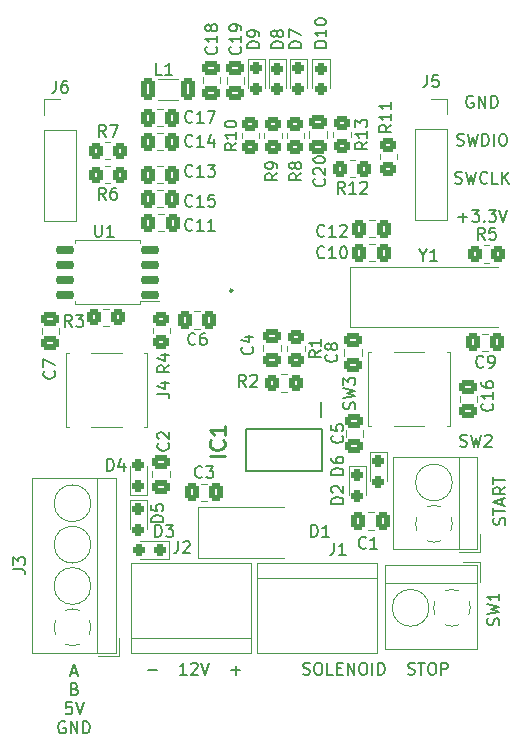
<source format=gto>
G04 #@! TF.GenerationSoftware,KiCad,Pcbnew,6.0.10*
G04 #@! TF.CreationDate,2023-07-05T17:30:50-05:00*
G04 #@! TF.ProjectId,gas_control_board,6761735f-636f-46e7-9472-6f6c5f626f61,rev?*
G04 #@! TF.SameCoordinates,Original*
G04 #@! TF.FileFunction,Legend,Top*
G04 #@! TF.FilePolarity,Positive*
%FSLAX46Y46*%
G04 Gerber Fmt 4.6, Leading zero omitted, Abs format (unit mm)*
G04 Created by KiCad (PCBNEW 6.0.10) date 2023-07-05 17:30:50*
%MOMM*%
%LPD*%
G01*
G04 APERTURE LIST*
G04 Aperture macros list*
%AMRoundRect*
0 Rectangle with rounded corners*
0 $1 Rounding radius*
0 $2 $3 $4 $5 $6 $7 $8 $9 X,Y pos of 4 corners*
0 Add a 4 corners polygon primitive as box body*
4,1,4,$2,$3,$4,$5,$6,$7,$8,$9,$2,$3,0*
0 Add four circle primitives for the rounded corners*
1,1,$1+$1,$2,$3*
1,1,$1+$1,$4,$5*
1,1,$1+$1,$6,$7*
1,1,$1+$1,$8,$9*
0 Add four rect primitives between the rounded corners*
20,1,$1+$1,$2,$3,$4,$5,0*
20,1,$1+$1,$4,$5,$6,$7,0*
20,1,$1+$1,$6,$7,$8,$9,0*
20,1,$1+$1,$8,$9,$2,$3,0*%
G04 Aperture macros list end*
%ADD10C,0.150000*%
%ADD11C,0.254000*%
%ADD12C,0.120000*%
%ADD13C,0.200000*%
%ADD14RoundRect,0.250000X0.337500X0.475000X-0.337500X0.475000X-0.337500X-0.475000X0.337500X-0.475000X0*%
%ADD15RoundRect,0.150000X0.650000X0.150000X-0.650000X0.150000X-0.650000X-0.150000X0.650000X-0.150000X0*%
%ADD16RoundRect,0.237500X0.287500X0.237500X-0.287500X0.237500X-0.287500X-0.237500X0.287500X-0.237500X0*%
%ADD17R,4.500000X2.000000*%
%ADD18RoundRect,0.250000X0.350000X0.450000X-0.350000X0.450000X-0.350000X-0.450000X0.350000X-0.450000X0*%
%ADD19RoundRect,0.250000X-0.337500X-0.475000X0.337500X-0.475000X0.337500X0.475000X-0.337500X0.475000X0*%
%ADD20RoundRect,0.250000X-0.350000X-0.450000X0.350000X-0.450000X0.350000X0.450000X-0.350000X0.450000X0*%
%ADD21R,2.400000X2.400000*%
%ADD22C,2.400000*%
%ADD23R,3.000000X3.000000*%
%ADD24C,3.000000*%
%ADD25R,1.300000X1.550000*%
%ADD26RoundRect,0.250000X0.475000X-0.337500X0.475000X0.337500X-0.475000X0.337500X-0.475000X-0.337500X0*%
%ADD27RoundRect,0.250000X0.362500X0.700000X-0.362500X0.700000X-0.362500X-0.700000X0.362500X-0.700000X0*%
%ADD28RoundRect,0.250000X0.450000X-0.350000X0.450000X0.350000X-0.450000X0.350000X-0.450000X-0.350000X0*%
%ADD29RoundRect,0.237500X-0.237500X0.287500X-0.237500X-0.287500X0.237500X-0.287500X0.237500X0.287500X0*%
%ADD30R,1.700000X1.700000*%
%ADD31O,1.700000X1.700000*%
%ADD32RoundRect,0.250000X-0.475000X0.337500X-0.475000X-0.337500X0.475000X-0.337500X0.475000X0.337500X0*%
%ADD33R,0.200000X0.850000*%
%ADD34R,0.850000X0.200000*%
%ADD35R,3.200000X3.200000*%
%ADD36RoundRect,0.250000X-0.450000X0.350000X-0.450000X-0.350000X0.450000X-0.350000X0.450000X0.350000X0*%
%ADD37RoundRect,0.237500X0.237500X-0.287500X0.237500X0.287500X-0.237500X0.287500X-0.237500X-0.287500X0*%
%ADD38R,3.500000X2.300000*%
%ADD39R,0.950000X1.250000*%
%ADD40R,3.200000X1.250000*%
%ADD41R,1.600000X8.000000*%
G04 APERTURE END LIST*
D10*
X8397904Y-64299666D02*
X8874095Y-64299666D01*
X8302666Y-64585380D02*
X8636000Y-63585380D01*
X8969333Y-64585380D01*
X8707428Y-65671571D02*
X8850285Y-65719190D01*
X8897904Y-65766809D01*
X8945523Y-65862047D01*
X8945523Y-66004904D01*
X8897904Y-66100142D01*
X8850285Y-66147761D01*
X8755047Y-66195380D01*
X8374095Y-66195380D01*
X8374095Y-65195380D01*
X8707428Y-65195380D01*
X8802666Y-65243000D01*
X8850285Y-65290619D01*
X8897904Y-65385857D01*
X8897904Y-65481095D01*
X8850285Y-65576333D01*
X8802666Y-65623952D01*
X8707428Y-65671571D01*
X8374095Y-65671571D01*
X8445523Y-66805380D02*
X7969333Y-66805380D01*
X7921714Y-67281571D01*
X7969333Y-67233952D01*
X8064571Y-67186333D01*
X8302666Y-67186333D01*
X8397904Y-67233952D01*
X8445523Y-67281571D01*
X8493142Y-67376809D01*
X8493142Y-67614904D01*
X8445523Y-67710142D01*
X8397904Y-67757761D01*
X8302666Y-67805380D01*
X8064571Y-67805380D01*
X7969333Y-67757761D01*
X7921714Y-67710142D01*
X8778857Y-66805380D02*
X9112190Y-67805380D01*
X9445523Y-66805380D01*
X7874095Y-68463000D02*
X7778857Y-68415380D01*
X7635999Y-68415380D01*
X7493142Y-68463000D01*
X7397904Y-68558238D01*
X7350285Y-68653476D01*
X7302666Y-68843952D01*
X7302666Y-68986809D01*
X7350285Y-69177285D01*
X7397904Y-69272523D01*
X7493142Y-69367761D01*
X7635999Y-69415380D01*
X7731238Y-69415380D01*
X7874095Y-69367761D01*
X7921714Y-69320142D01*
X7921714Y-68986809D01*
X7731238Y-68986809D01*
X8350285Y-69415380D02*
X8350285Y-68415380D01*
X8921714Y-69415380D01*
X8921714Y-68415380D01*
X9397904Y-69415380D02*
X9397904Y-68415380D01*
X9636000Y-68415380D01*
X9778857Y-68463000D01*
X9874095Y-68558238D01*
X9921714Y-68653476D01*
X9969333Y-68843952D01*
X9969333Y-68986809D01*
X9921714Y-69177285D01*
X9874095Y-69272523D01*
X9778857Y-69367761D01*
X9636000Y-69415380D01*
X9397904Y-69415380D01*
X14891238Y-64079428D02*
X15653142Y-64079428D01*
X18176952Y-64460380D02*
X17605523Y-64460380D01*
X17891238Y-64460380D02*
X17891238Y-63460380D01*
X17796000Y-63603238D01*
X17700761Y-63698476D01*
X17605523Y-63746095D01*
X18557904Y-63555619D02*
X18605523Y-63508000D01*
X18700761Y-63460380D01*
X18938857Y-63460380D01*
X19034095Y-63508000D01*
X19081714Y-63555619D01*
X19129333Y-63650857D01*
X19129333Y-63746095D01*
X19081714Y-63888952D01*
X18510285Y-64460380D01*
X19129333Y-64460380D01*
X19415047Y-63460380D02*
X19748380Y-64460380D01*
X20081714Y-63460380D01*
X21938857Y-64079428D02*
X22700761Y-64079428D01*
X22319809Y-64460380D02*
X22319809Y-63698476D01*
X28043619Y-64412761D02*
X28186476Y-64460380D01*
X28424571Y-64460380D01*
X28519809Y-64412761D01*
X28567428Y-64365142D01*
X28615047Y-64269904D01*
X28615047Y-64174666D01*
X28567428Y-64079428D01*
X28519809Y-64031809D01*
X28424571Y-63984190D01*
X28234095Y-63936571D01*
X28138857Y-63888952D01*
X28091238Y-63841333D01*
X28043619Y-63746095D01*
X28043619Y-63650857D01*
X28091238Y-63555619D01*
X28138857Y-63508000D01*
X28234095Y-63460380D01*
X28472190Y-63460380D01*
X28615047Y-63508000D01*
X29234095Y-63460380D02*
X29424571Y-63460380D01*
X29519809Y-63508000D01*
X29615047Y-63603238D01*
X29662666Y-63793714D01*
X29662666Y-64127047D01*
X29615047Y-64317523D01*
X29519809Y-64412761D01*
X29424571Y-64460380D01*
X29234095Y-64460380D01*
X29138857Y-64412761D01*
X29043619Y-64317523D01*
X28996000Y-64127047D01*
X28996000Y-63793714D01*
X29043619Y-63603238D01*
X29138857Y-63508000D01*
X29234095Y-63460380D01*
X30567428Y-64460380D02*
X30091238Y-64460380D01*
X30091238Y-63460380D01*
X30900761Y-63936571D02*
X31234095Y-63936571D01*
X31376952Y-64460380D02*
X30900761Y-64460380D01*
X30900761Y-63460380D01*
X31376952Y-63460380D01*
X31805523Y-64460380D02*
X31805523Y-63460380D01*
X32376952Y-64460380D01*
X32376952Y-63460380D01*
X33043619Y-63460380D02*
X33234095Y-63460380D01*
X33329333Y-63508000D01*
X33424571Y-63603238D01*
X33472190Y-63793714D01*
X33472190Y-64127047D01*
X33424571Y-64317523D01*
X33329333Y-64412761D01*
X33234095Y-64460380D01*
X33043619Y-64460380D01*
X32948380Y-64412761D01*
X32853142Y-64317523D01*
X32805523Y-64127047D01*
X32805523Y-63793714D01*
X32853142Y-63603238D01*
X32948380Y-63508000D01*
X33043619Y-63460380D01*
X33900761Y-64460380D02*
X33900761Y-63460380D01*
X34376952Y-64460380D02*
X34376952Y-63460380D01*
X34615047Y-63460380D01*
X34757904Y-63508000D01*
X34853142Y-63603238D01*
X34900761Y-63698476D01*
X34948380Y-63888952D01*
X34948380Y-64031809D01*
X34900761Y-64222285D01*
X34853142Y-64317523D01*
X34757904Y-64412761D01*
X34615047Y-64460380D01*
X34376952Y-64460380D01*
X36917523Y-64412761D02*
X37060380Y-64460380D01*
X37298476Y-64460380D01*
X37393714Y-64412761D01*
X37441333Y-64365142D01*
X37488952Y-64269904D01*
X37488952Y-64174666D01*
X37441333Y-64079428D01*
X37393714Y-64031809D01*
X37298476Y-63984190D01*
X37108000Y-63936571D01*
X37012761Y-63888952D01*
X36965142Y-63841333D01*
X36917523Y-63746095D01*
X36917523Y-63650857D01*
X36965142Y-63555619D01*
X37012761Y-63508000D01*
X37108000Y-63460380D01*
X37346095Y-63460380D01*
X37488952Y-63508000D01*
X37774666Y-63460380D02*
X38346095Y-63460380D01*
X38060380Y-64460380D02*
X38060380Y-63460380D01*
X38869904Y-63460380D02*
X39060380Y-63460380D01*
X39155619Y-63508000D01*
X39250857Y-63603238D01*
X39298476Y-63793714D01*
X39298476Y-64127047D01*
X39250857Y-64317523D01*
X39155619Y-64412761D01*
X39060380Y-64460380D01*
X38869904Y-64460380D01*
X38774666Y-64412761D01*
X38679428Y-64317523D01*
X38631809Y-64127047D01*
X38631809Y-63793714D01*
X38679428Y-63603238D01*
X38774666Y-63508000D01*
X38869904Y-63460380D01*
X39727047Y-64460380D02*
X39727047Y-63460380D01*
X40108000Y-63460380D01*
X40203238Y-63508000D01*
X40250857Y-63555619D01*
X40298476Y-63650857D01*
X40298476Y-63793714D01*
X40250857Y-63888952D01*
X40203238Y-63936571D01*
X40108000Y-63984190D01*
X39727047Y-63984190D01*
X45108761Y-51760190D02*
X45156380Y-51617333D01*
X45156380Y-51379238D01*
X45108761Y-51284000D01*
X45061142Y-51236380D01*
X44965904Y-51188761D01*
X44870666Y-51188761D01*
X44775428Y-51236380D01*
X44727809Y-51284000D01*
X44680190Y-51379238D01*
X44632571Y-51569714D01*
X44584952Y-51664952D01*
X44537333Y-51712571D01*
X44442095Y-51760190D01*
X44346857Y-51760190D01*
X44251619Y-51712571D01*
X44204000Y-51664952D01*
X44156380Y-51569714D01*
X44156380Y-51331619D01*
X44204000Y-51188761D01*
X44156380Y-50903047D02*
X44156380Y-50331619D01*
X45156380Y-50617333D02*
X44156380Y-50617333D01*
X44870666Y-50045904D02*
X44870666Y-49569714D01*
X45156380Y-50141142D02*
X44156380Y-49807809D01*
X45156380Y-49474476D01*
X45156380Y-48569714D02*
X44680190Y-48903047D01*
X45156380Y-49141142D02*
X44156380Y-49141142D01*
X44156380Y-48760190D01*
X44204000Y-48664952D01*
X44251619Y-48617333D01*
X44346857Y-48569714D01*
X44489714Y-48569714D01*
X44584952Y-48617333D01*
X44632571Y-48664952D01*
X44680190Y-48760190D01*
X44680190Y-49141142D01*
X44156380Y-48284000D02*
X44156380Y-47712571D01*
X45156380Y-47998285D02*
X44156380Y-47998285D01*
X42418095Y-15498000D02*
X42322857Y-15450380D01*
X42180000Y-15450380D01*
X42037142Y-15498000D01*
X41941904Y-15593238D01*
X41894285Y-15688476D01*
X41846666Y-15878952D01*
X41846666Y-16021809D01*
X41894285Y-16212285D01*
X41941904Y-16307523D01*
X42037142Y-16402761D01*
X42180000Y-16450380D01*
X42275238Y-16450380D01*
X42418095Y-16402761D01*
X42465714Y-16355142D01*
X42465714Y-16021809D01*
X42275238Y-16021809D01*
X42894285Y-16450380D02*
X42894285Y-15450380D01*
X43465714Y-16450380D01*
X43465714Y-15450380D01*
X43941904Y-16450380D02*
X43941904Y-15450380D01*
X44180000Y-15450380D01*
X44322857Y-15498000D01*
X44418095Y-15593238D01*
X44465714Y-15688476D01*
X44513333Y-15878952D01*
X44513333Y-16021809D01*
X44465714Y-16212285D01*
X44418095Y-16307523D01*
X44322857Y-16402761D01*
X44180000Y-16450380D01*
X43941904Y-16450380D01*
X41060952Y-19622761D02*
X41203809Y-19670380D01*
X41441904Y-19670380D01*
X41537142Y-19622761D01*
X41584761Y-19575142D01*
X41632380Y-19479904D01*
X41632380Y-19384666D01*
X41584761Y-19289428D01*
X41537142Y-19241809D01*
X41441904Y-19194190D01*
X41251428Y-19146571D01*
X41156190Y-19098952D01*
X41108571Y-19051333D01*
X41060952Y-18956095D01*
X41060952Y-18860857D01*
X41108571Y-18765619D01*
X41156190Y-18718000D01*
X41251428Y-18670380D01*
X41489523Y-18670380D01*
X41632380Y-18718000D01*
X41965714Y-18670380D02*
X42203809Y-19670380D01*
X42394285Y-18956095D01*
X42584761Y-19670380D01*
X42822857Y-18670380D01*
X43203809Y-19670380D02*
X43203809Y-18670380D01*
X43441904Y-18670380D01*
X43584761Y-18718000D01*
X43680000Y-18813238D01*
X43727619Y-18908476D01*
X43775238Y-19098952D01*
X43775238Y-19241809D01*
X43727619Y-19432285D01*
X43680000Y-19527523D01*
X43584761Y-19622761D01*
X43441904Y-19670380D01*
X43203809Y-19670380D01*
X44203809Y-19670380D02*
X44203809Y-18670380D01*
X44870476Y-18670380D02*
X45060952Y-18670380D01*
X45156190Y-18718000D01*
X45251428Y-18813238D01*
X45299047Y-19003714D01*
X45299047Y-19337047D01*
X45251428Y-19527523D01*
X45156190Y-19622761D01*
X45060952Y-19670380D01*
X44870476Y-19670380D01*
X44775238Y-19622761D01*
X44680000Y-19527523D01*
X44632380Y-19337047D01*
X44632380Y-19003714D01*
X44680000Y-18813238D01*
X44775238Y-18718000D01*
X44870476Y-18670380D01*
X40918095Y-22842761D02*
X41060952Y-22890380D01*
X41299047Y-22890380D01*
X41394285Y-22842761D01*
X41441904Y-22795142D01*
X41489523Y-22699904D01*
X41489523Y-22604666D01*
X41441904Y-22509428D01*
X41394285Y-22461809D01*
X41299047Y-22414190D01*
X41108571Y-22366571D01*
X41013333Y-22318952D01*
X40965714Y-22271333D01*
X40918095Y-22176095D01*
X40918095Y-22080857D01*
X40965714Y-21985619D01*
X41013333Y-21938000D01*
X41108571Y-21890380D01*
X41346666Y-21890380D01*
X41489523Y-21938000D01*
X41822857Y-21890380D02*
X42060952Y-22890380D01*
X42251428Y-22176095D01*
X42441904Y-22890380D01*
X42680000Y-21890380D01*
X43632380Y-22795142D02*
X43584761Y-22842761D01*
X43441904Y-22890380D01*
X43346666Y-22890380D01*
X43203809Y-22842761D01*
X43108571Y-22747523D01*
X43060952Y-22652285D01*
X43013333Y-22461809D01*
X43013333Y-22318952D01*
X43060952Y-22128476D01*
X43108571Y-22033238D01*
X43203809Y-21938000D01*
X43346666Y-21890380D01*
X43441904Y-21890380D01*
X43584761Y-21938000D01*
X43632380Y-21985619D01*
X44537142Y-22890380D02*
X44060952Y-22890380D01*
X44060952Y-21890380D01*
X44870476Y-22890380D02*
X44870476Y-21890380D01*
X45441904Y-22890380D02*
X45013333Y-22318952D01*
X45441904Y-21890380D02*
X44870476Y-22461809D01*
X41180000Y-25729428D02*
X41941904Y-25729428D01*
X41560952Y-26110380D02*
X41560952Y-25348476D01*
X42322857Y-25110380D02*
X42941904Y-25110380D01*
X42608571Y-25491333D01*
X42751428Y-25491333D01*
X42846666Y-25538952D01*
X42894285Y-25586571D01*
X42941904Y-25681809D01*
X42941904Y-25919904D01*
X42894285Y-26015142D01*
X42846666Y-26062761D01*
X42751428Y-26110380D01*
X42465714Y-26110380D01*
X42370476Y-26062761D01*
X42322857Y-26015142D01*
X43370476Y-26015142D02*
X43418095Y-26062761D01*
X43370476Y-26110380D01*
X43322857Y-26062761D01*
X43370476Y-26015142D01*
X43370476Y-26110380D01*
X43751428Y-25110380D02*
X44370476Y-25110380D01*
X44037142Y-25491333D01*
X44180000Y-25491333D01*
X44275238Y-25538952D01*
X44322857Y-25586571D01*
X44370476Y-25681809D01*
X44370476Y-25919904D01*
X44322857Y-26015142D01*
X44275238Y-26062761D01*
X44180000Y-26110380D01*
X43894285Y-26110380D01*
X43799047Y-26062761D01*
X43751428Y-26015142D01*
X44656190Y-25110380D02*
X44989523Y-26110380D01*
X45322857Y-25110380D01*
X18661142Y-17629142D02*
X18613523Y-17676761D01*
X18470666Y-17724380D01*
X18375428Y-17724380D01*
X18232571Y-17676761D01*
X18137333Y-17581523D01*
X18089714Y-17486285D01*
X18042095Y-17295809D01*
X18042095Y-17152952D01*
X18089714Y-16962476D01*
X18137333Y-16867238D01*
X18232571Y-16772000D01*
X18375428Y-16724380D01*
X18470666Y-16724380D01*
X18613523Y-16772000D01*
X18661142Y-16819619D01*
X19613523Y-17724380D02*
X19042095Y-17724380D01*
X19327809Y-17724380D02*
X19327809Y-16724380D01*
X19232571Y-16867238D01*
X19137333Y-16962476D01*
X19042095Y-17010095D01*
X19946857Y-16724380D02*
X20613523Y-16724380D01*
X20184952Y-17724380D01*
X18661142Y-24741142D02*
X18613523Y-24788761D01*
X18470666Y-24836380D01*
X18375428Y-24836380D01*
X18232571Y-24788761D01*
X18137333Y-24693523D01*
X18089714Y-24598285D01*
X18042095Y-24407809D01*
X18042095Y-24264952D01*
X18089714Y-24074476D01*
X18137333Y-23979238D01*
X18232571Y-23884000D01*
X18375428Y-23836380D01*
X18470666Y-23836380D01*
X18613523Y-23884000D01*
X18661142Y-23931619D01*
X19613523Y-24836380D02*
X19042095Y-24836380D01*
X19327809Y-24836380D02*
X19327809Y-23836380D01*
X19232571Y-23979238D01*
X19137333Y-24074476D01*
X19042095Y-24122095D01*
X20518285Y-23836380D02*
X20042095Y-23836380D01*
X19994476Y-24312571D01*
X20042095Y-24264952D01*
X20137333Y-24217333D01*
X20375428Y-24217333D01*
X20470666Y-24264952D01*
X20518285Y-24312571D01*
X20565904Y-24407809D01*
X20565904Y-24645904D01*
X20518285Y-24741142D01*
X20470666Y-24788761D01*
X20375428Y-24836380D01*
X20137333Y-24836380D01*
X20042095Y-24788761D01*
X19994476Y-24741142D01*
X10414095Y-26376380D02*
X10414095Y-27185904D01*
X10461714Y-27281142D01*
X10509333Y-27328761D01*
X10604571Y-27376380D01*
X10795047Y-27376380D01*
X10890285Y-27328761D01*
X10937904Y-27281142D01*
X10985523Y-27185904D01*
X10985523Y-26376380D01*
X11985523Y-27376380D02*
X11414095Y-27376380D01*
X11699809Y-27376380D02*
X11699809Y-26376380D01*
X11604571Y-26519238D01*
X11509333Y-26614476D01*
X11414095Y-26662095D01*
X15517904Y-52776380D02*
X15517904Y-51776380D01*
X15756000Y-51776380D01*
X15898857Y-51824000D01*
X15994095Y-51919238D01*
X16041714Y-52014476D01*
X16089333Y-52204952D01*
X16089333Y-52347809D01*
X16041714Y-52538285D01*
X15994095Y-52633523D01*
X15898857Y-52728761D01*
X15756000Y-52776380D01*
X15517904Y-52776380D01*
X16422666Y-51776380D02*
X17041714Y-51776380D01*
X16708380Y-52157333D01*
X16851238Y-52157333D01*
X16946476Y-52204952D01*
X16994095Y-52252571D01*
X17041714Y-52347809D01*
X17041714Y-52585904D01*
X16994095Y-52681142D01*
X16946476Y-52728761D01*
X16851238Y-52776380D01*
X16565523Y-52776380D01*
X16470285Y-52728761D01*
X16422666Y-52681142D01*
X38199809Y-28938190D02*
X38199809Y-29414380D01*
X37866476Y-28414380D02*
X38199809Y-28938190D01*
X38533142Y-28414380D01*
X39390285Y-29414380D02*
X38818857Y-29414380D01*
X39104571Y-29414380D02*
X39104571Y-28414380D01*
X39009333Y-28557238D01*
X38914095Y-28652476D01*
X38818857Y-28700095D01*
X8469333Y-34996380D02*
X8136000Y-34520190D01*
X7897904Y-34996380D02*
X7897904Y-33996380D01*
X8278857Y-33996380D01*
X8374095Y-34044000D01*
X8421714Y-34091619D01*
X8469333Y-34186857D01*
X8469333Y-34329714D01*
X8421714Y-34424952D01*
X8374095Y-34472571D01*
X8278857Y-34520190D01*
X7897904Y-34520190D01*
X8802666Y-33996380D02*
X9421714Y-33996380D01*
X9088380Y-34377333D01*
X9231238Y-34377333D01*
X9326476Y-34424952D01*
X9374095Y-34472571D01*
X9421714Y-34567809D01*
X9421714Y-34805904D01*
X9374095Y-34901142D01*
X9326476Y-34948761D01*
X9231238Y-34996380D01*
X8945523Y-34996380D01*
X8850285Y-34948761D01*
X8802666Y-34901142D01*
X29837142Y-29097142D02*
X29789523Y-29144761D01*
X29646666Y-29192380D01*
X29551428Y-29192380D01*
X29408571Y-29144761D01*
X29313333Y-29049523D01*
X29265714Y-28954285D01*
X29218095Y-28763809D01*
X29218095Y-28620952D01*
X29265714Y-28430476D01*
X29313333Y-28335238D01*
X29408571Y-28240000D01*
X29551428Y-28192380D01*
X29646666Y-28192380D01*
X29789523Y-28240000D01*
X29837142Y-28287619D01*
X30789523Y-29192380D02*
X30218095Y-29192380D01*
X30503809Y-29192380D02*
X30503809Y-28192380D01*
X30408571Y-28335238D01*
X30313333Y-28430476D01*
X30218095Y-28478095D01*
X31408571Y-28192380D02*
X31503809Y-28192380D01*
X31599047Y-28240000D01*
X31646666Y-28287619D01*
X31694285Y-28382857D01*
X31741904Y-28573333D01*
X31741904Y-28811428D01*
X31694285Y-29001904D01*
X31646666Y-29097142D01*
X31599047Y-29144761D01*
X31503809Y-29192380D01*
X31408571Y-29192380D01*
X31313333Y-29144761D01*
X31265714Y-29097142D01*
X31218095Y-29001904D01*
X31170476Y-28811428D01*
X31170476Y-28573333D01*
X31218095Y-28382857D01*
X31265714Y-28287619D01*
X31313333Y-28240000D01*
X31408571Y-28192380D01*
X43410333Y-27631380D02*
X43077000Y-27155190D01*
X42838904Y-27631380D02*
X42838904Y-26631380D01*
X43219857Y-26631380D01*
X43315095Y-26679000D01*
X43362714Y-26726619D01*
X43410333Y-26821857D01*
X43410333Y-26964714D01*
X43362714Y-27059952D01*
X43315095Y-27107571D01*
X43219857Y-27155190D01*
X42838904Y-27155190D01*
X44315095Y-26631380D02*
X43838904Y-26631380D01*
X43791285Y-27107571D01*
X43838904Y-27059952D01*
X43934142Y-27012333D01*
X44172238Y-27012333D01*
X44267476Y-27059952D01*
X44315095Y-27107571D01*
X44362714Y-27202809D01*
X44362714Y-27440904D01*
X44315095Y-27536142D01*
X44267476Y-27583761D01*
X44172238Y-27631380D01*
X43934142Y-27631380D01*
X43838904Y-27583761D01*
X43791285Y-27536142D01*
X41338666Y-45108761D02*
X41481523Y-45156380D01*
X41719619Y-45156380D01*
X41814857Y-45108761D01*
X41862476Y-45061142D01*
X41910095Y-44965904D01*
X41910095Y-44870666D01*
X41862476Y-44775428D01*
X41814857Y-44727809D01*
X41719619Y-44680190D01*
X41529142Y-44632571D01*
X41433904Y-44584952D01*
X41386285Y-44537333D01*
X41338666Y-44442095D01*
X41338666Y-44346857D01*
X41386285Y-44251619D01*
X41433904Y-44204000D01*
X41529142Y-44156380D01*
X41767238Y-44156380D01*
X41910095Y-44204000D01*
X42243428Y-44156380D02*
X42481523Y-45156380D01*
X42672000Y-44442095D01*
X42862476Y-45156380D01*
X43100571Y-44156380D01*
X43433904Y-44251619D02*
X43481523Y-44204000D01*
X43576761Y-44156380D01*
X43814857Y-44156380D01*
X43910095Y-44204000D01*
X43957714Y-44251619D01*
X44005333Y-44346857D01*
X44005333Y-44442095D01*
X43957714Y-44584952D01*
X43386285Y-45156380D01*
X44005333Y-45156380D01*
X17446666Y-53173380D02*
X17446666Y-53887666D01*
X17399047Y-54030523D01*
X17303809Y-54125761D01*
X17160952Y-54173380D01*
X17065714Y-54173380D01*
X17875238Y-53268619D02*
X17922857Y-53221000D01*
X18018095Y-53173380D01*
X18256190Y-53173380D01*
X18351428Y-53221000D01*
X18399047Y-53268619D01*
X18446666Y-53363857D01*
X18446666Y-53459095D01*
X18399047Y-53601952D01*
X17827619Y-54173380D01*
X18446666Y-54173380D01*
X32408761Y-41973333D02*
X32456380Y-41830476D01*
X32456380Y-41592380D01*
X32408761Y-41497142D01*
X32361142Y-41449523D01*
X32265904Y-41401904D01*
X32170666Y-41401904D01*
X32075428Y-41449523D01*
X32027809Y-41497142D01*
X31980190Y-41592380D01*
X31932571Y-41782857D01*
X31884952Y-41878095D01*
X31837333Y-41925714D01*
X31742095Y-41973333D01*
X31646857Y-41973333D01*
X31551619Y-41925714D01*
X31504000Y-41878095D01*
X31456380Y-41782857D01*
X31456380Y-41544761D01*
X31504000Y-41401904D01*
X31456380Y-41068571D02*
X32456380Y-40830476D01*
X31742095Y-40640000D01*
X32456380Y-40449523D01*
X31456380Y-40211428D01*
X31456380Y-39925714D02*
X31456380Y-39306666D01*
X31837333Y-39640000D01*
X31837333Y-39497142D01*
X31884952Y-39401904D01*
X31932571Y-39354285D01*
X32027809Y-39306666D01*
X32265904Y-39306666D01*
X32361142Y-39354285D01*
X32408761Y-39401904D01*
X32456380Y-39497142D01*
X32456380Y-39782857D01*
X32408761Y-39878095D01*
X32361142Y-39925714D01*
X44045142Y-41508105D02*
X44092761Y-41555724D01*
X44140380Y-41698581D01*
X44140380Y-41793819D01*
X44092761Y-41936676D01*
X43997523Y-42031914D01*
X43902285Y-42079533D01*
X43711809Y-42127152D01*
X43568952Y-42127152D01*
X43378476Y-42079533D01*
X43283238Y-42031914D01*
X43188000Y-41936676D01*
X43140380Y-41793819D01*
X43140380Y-41698581D01*
X43188000Y-41555724D01*
X43235619Y-41508105D01*
X44140380Y-40555724D02*
X44140380Y-41127152D01*
X44140380Y-40841438D02*
X43140380Y-40841438D01*
X43283238Y-40936676D01*
X43378476Y-41031914D01*
X43426095Y-41127152D01*
X43140380Y-39698581D02*
X43140380Y-39889057D01*
X43188000Y-39984295D01*
X43235619Y-40031914D01*
X43378476Y-40127152D01*
X43568952Y-40174771D01*
X43949904Y-40174771D01*
X44045142Y-40127152D01*
X44092761Y-40079533D01*
X44140380Y-39984295D01*
X44140380Y-39793819D01*
X44092761Y-39698581D01*
X44045142Y-39650962D01*
X43949904Y-39603343D01*
X43711809Y-39603343D01*
X43616571Y-39650962D01*
X43568952Y-39698581D01*
X43521333Y-39793819D01*
X43521333Y-39984295D01*
X43568952Y-40079533D01*
X43616571Y-40127152D01*
X43711809Y-40174771D01*
X11333333Y-24238380D02*
X11000000Y-23762190D01*
X10761904Y-24238380D02*
X10761904Y-23238380D01*
X11142857Y-23238380D01*
X11238095Y-23286000D01*
X11285714Y-23333619D01*
X11333333Y-23428857D01*
X11333333Y-23571714D01*
X11285714Y-23666952D01*
X11238095Y-23714571D01*
X11142857Y-23762190D01*
X10761904Y-23762190D01*
X12190476Y-23238380D02*
X12000000Y-23238380D01*
X11904761Y-23286000D01*
X11857142Y-23333619D01*
X11761904Y-23476476D01*
X11714285Y-23666952D01*
X11714285Y-24047904D01*
X11761904Y-24143142D01*
X11809523Y-24190761D01*
X11904761Y-24238380D01*
X12095238Y-24238380D01*
X12190476Y-24190761D01*
X12238095Y-24143142D01*
X12285714Y-24047904D01*
X12285714Y-23809809D01*
X12238095Y-23714571D01*
X12190476Y-23666952D01*
X12095238Y-23619333D01*
X11904761Y-23619333D01*
X11809523Y-23666952D01*
X11761904Y-23714571D01*
X11714285Y-23809809D01*
X31558142Y-23730380D02*
X31224809Y-23254190D01*
X30986714Y-23730380D02*
X30986714Y-22730380D01*
X31367666Y-22730380D01*
X31462904Y-22778000D01*
X31510523Y-22825619D01*
X31558142Y-22920857D01*
X31558142Y-23063714D01*
X31510523Y-23158952D01*
X31462904Y-23206571D01*
X31367666Y-23254190D01*
X30986714Y-23254190D01*
X32510523Y-23730380D02*
X31939095Y-23730380D01*
X32224809Y-23730380D02*
X32224809Y-22730380D01*
X32129571Y-22873238D01*
X32034333Y-22968476D01*
X31939095Y-23016095D01*
X32891476Y-22825619D02*
X32939095Y-22778000D01*
X33034333Y-22730380D01*
X33272428Y-22730380D01*
X33367666Y-22778000D01*
X33415285Y-22825619D01*
X33462904Y-22920857D01*
X33462904Y-23016095D01*
X33415285Y-23158952D01*
X32843857Y-23730380D01*
X33462904Y-23730380D01*
X18661142Y-26773142D02*
X18613523Y-26820761D01*
X18470666Y-26868380D01*
X18375428Y-26868380D01*
X18232571Y-26820761D01*
X18137333Y-26725523D01*
X18089714Y-26630285D01*
X18042095Y-26439809D01*
X18042095Y-26296952D01*
X18089714Y-26106476D01*
X18137333Y-26011238D01*
X18232571Y-25916000D01*
X18375428Y-25868380D01*
X18470666Y-25868380D01*
X18613523Y-25916000D01*
X18661142Y-25963619D01*
X19613523Y-26868380D02*
X19042095Y-26868380D01*
X19327809Y-26868380D02*
X19327809Y-25868380D01*
X19232571Y-26011238D01*
X19137333Y-26106476D01*
X19042095Y-26154095D01*
X20565904Y-26868380D02*
X19994476Y-26868380D01*
X20280190Y-26868380D02*
X20280190Y-25868380D01*
X20184952Y-26011238D01*
X20089714Y-26106476D01*
X19994476Y-26154095D01*
X11333333Y-18906380D02*
X11000000Y-18430190D01*
X10761904Y-18906380D02*
X10761904Y-17906380D01*
X11142857Y-17906380D01*
X11238095Y-17954000D01*
X11285714Y-18001619D01*
X11333333Y-18096857D01*
X11333333Y-18239714D01*
X11285714Y-18334952D01*
X11238095Y-18382571D01*
X11142857Y-18430190D01*
X10761904Y-18430190D01*
X11666666Y-17906380D02*
X12333333Y-17906380D01*
X11904761Y-18906380D01*
X20677142Y-11310857D02*
X20724761Y-11358476D01*
X20772380Y-11501333D01*
X20772380Y-11596571D01*
X20724761Y-11739428D01*
X20629523Y-11834666D01*
X20534285Y-11882285D01*
X20343809Y-11929904D01*
X20200952Y-11929904D01*
X20010476Y-11882285D01*
X19915238Y-11834666D01*
X19820000Y-11739428D01*
X19772380Y-11596571D01*
X19772380Y-11501333D01*
X19820000Y-11358476D01*
X19867619Y-11310857D01*
X20772380Y-10358476D02*
X20772380Y-10929904D01*
X20772380Y-10644190D02*
X19772380Y-10644190D01*
X19915238Y-10739428D01*
X20010476Y-10834666D01*
X20058095Y-10929904D01*
X20200952Y-9787047D02*
X20153333Y-9882285D01*
X20105714Y-9929904D01*
X20010476Y-9977523D01*
X19962857Y-9977523D01*
X19867619Y-9929904D01*
X19820000Y-9882285D01*
X19772380Y-9787047D01*
X19772380Y-9596571D01*
X19820000Y-9501333D01*
X19867619Y-9453714D01*
X19962857Y-9406095D01*
X20010476Y-9406095D01*
X20105714Y-9453714D01*
X20153333Y-9501333D01*
X20200952Y-9596571D01*
X20200952Y-9787047D01*
X20248571Y-9882285D01*
X20296190Y-9929904D01*
X20391428Y-9977523D01*
X20581904Y-9977523D01*
X20677142Y-9929904D01*
X20724761Y-9882285D01*
X20772380Y-9787047D01*
X20772380Y-9596571D01*
X20724761Y-9501333D01*
X20677142Y-9453714D01*
X20581904Y-9406095D01*
X20391428Y-9406095D01*
X20296190Y-9453714D01*
X20248571Y-9501333D01*
X20200952Y-9596571D01*
X16089333Y-13660380D02*
X15613142Y-13660380D01*
X15613142Y-12660380D01*
X16946476Y-13660380D02*
X16375047Y-13660380D01*
X16660761Y-13660380D02*
X16660761Y-12660380D01*
X16565523Y-12803238D01*
X16470285Y-12898476D01*
X16375047Y-12946095D01*
X33472380Y-19365857D02*
X32996190Y-19699190D01*
X33472380Y-19937285D02*
X32472380Y-19937285D01*
X32472380Y-19556333D01*
X32520000Y-19461095D01*
X32567619Y-19413476D01*
X32662857Y-19365857D01*
X32805714Y-19365857D01*
X32900952Y-19413476D01*
X32948571Y-19461095D01*
X32996190Y-19556333D01*
X32996190Y-19937285D01*
X33472380Y-18413476D02*
X33472380Y-18984904D01*
X33472380Y-18699190D02*
X32472380Y-18699190D01*
X32615238Y-18794428D01*
X32710476Y-18889666D01*
X32758095Y-18984904D01*
X32472380Y-18080142D02*
X32472380Y-17461095D01*
X32853333Y-17794428D01*
X32853333Y-17651571D01*
X32900952Y-17556333D01*
X32948571Y-17508714D01*
X33043809Y-17461095D01*
X33281904Y-17461095D01*
X33377142Y-17508714D01*
X33424761Y-17556333D01*
X33472380Y-17651571D01*
X33472380Y-17937285D01*
X33424761Y-18032523D01*
X33377142Y-18080142D01*
X22383380Y-19460857D02*
X21907190Y-19794190D01*
X22383380Y-20032285D02*
X21383380Y-20032285D01*
X21383380Y-19651333D01*
X21431000Y-19556095D01*
X21478619Y-19508476D01*
X21573857Y-19460857D01*
X21716714Y-19460857D01*
X21811952Y-19508476D01*
X21859571Y-19556095D01*
X21907190Y-19651333D01*
X21907190Y-20032285D01*
X22383380Y-18508476D02*
X22383380Y-19079904D01*
X22383380Y-18794190D02*
X21383380Y-18794190D01*
X21526238Y-18889428D01*
X21621476Y-18984666D01*
X21669095Y-19079904D01*
X21383380Y-17889428D02*
X21383380Y-17794190D01*
X21431000Y-17698952D01*
X21478619Y-17651333D01*
X21573857Y-17603714D01*
X21764333Y-17556095D01*
X22002428Y-17556095D01*
X22192904Y-17603714D01*
X22288142Y-17651333D01*
X22335761Y-17698952D01*
X22383380Y-17794190D01*
X22383380Y-17889428D01*
X22335761Y-17984666D01*
X22288142Y-18032285D01*
X22192904Y-18079904D01*
X22002428Y-18127523D01*
X21764333Y-18127523D01*
X21573857Y-18079904D01*
X21478619Y-18032285D01*
X21431000Y-17984666D01*
X21383380Y-17889428D01*
X18904833Y-36454142D02*
X18857214Y-36501761D01*
X18714357Y-36549380D01*
X18619119Y-36549380D01*
X18476261Y-36501761D01*
X18381023Y-36406523D01*
X18333404Y-36311285D01*
X18285785Y-36120809D01*
X18285785Y-35977952D01*
X18333404Y-35787476D01*
X18381023Y-35692238D01*
X18476261Y-35597000D01*
X18619119Y-35549380D01*
X18714357Y-35549380D01*
X18857214Y-35597000D01*
X18904833Y-35644619D01*
X19761976Y-35549380D02*
X19571500Y-35549380D01*
X19476261Y-35597000D01*
X19428642Y-35644619D01*
X19333404Y-35787476D01*
X19285785Y-35977952D01*
X19285785Y-36358904D01*
X19333404Y-36454142D01*
X19381023Y-36501761D01*
X19476261Y-36549380D01*
X19666738Y-36549380D01*
X19761976Y-36501761D01*
X19809595Y-36454142D01*
X19857214Y-36358904D01*
X19857214Y-36120809D01*
X19809595Y-36025571D01*
X19761976Y-35977952D01*
X19666738Y-35930333D01*
X19476261Y-35930333D01*
X19381023Y-35977952D01*
X19333404Y-36025571D01*
X19285785Y-36120809D01*
X30002380Y-11374285D02*
X29002380Y-11374285D01*
X29002380Y-11136190D01*
X29050000Y-10993333D01*
X29145238Y-10898095D01*
X29240476Y-10850476D01*
X29430952Y-10802857D01*
X29573809Y-10802857D01*
X29764285Y-10850476D01*
X29859523Y-10898095D01*
X29954761Y-10993333D01*
X30002380Y-11136190D01*
X30002380Y-11374285D01*
X30002380Y-9850476D02*
X30002380Y-10421904D01*
X30002380Y-10136190D02*
X29002380Y-10136190D01*
X29145238Y-10231428D01*
X29240476Y-10326666D01*
X29288095Y-10421904D01*
X29002380Y-9231428D02*
X29002380Y-9136190D01*
X29050000Y-9040952D01*
X29097619Y-8993333D01*
X29192857Y-8945714D01*
X29383333Y-8898095D01*
X29621428Y-8898095D01*
X29811904Y-8945714D01*
X29907142Y-8993333D01*
X29954761Y-9040952D01*
X30002380Y-9136190D01*
X30002380Y-9231428D01*
X29954761Y-9326666D01*
X29907142Y-9374285D01*
X29811904Y-9421904D01*
X29621428Y-9469523D01*
X29383333Y-9469523D01*
X29192857Y-9421904D01*
X29097619Y-9374285D01*
X29050000Y-9326666D01*
X29002380Y-9231428D01*
X38528666Y-13700380D02*
X38528666Y-14414666D01*
X38481047Y-14557523D01*
X38385809Y-14652761D01*
X38242952Y-14700380D01*
X38147714Y-14700380D01*
X39481047Y-13700380D02*
X39004857Y-13700380D01*
X38957238Y-14176571D01*
X39004857Y-14128952D01*
X39100095Y-14081333D01*
X39338190Y-14081333D01*
X39433428Y-14128952D01*
X39481047Y-14176571D01*
X39528666Y-14271809D01*
X39528666Y-14509904D01*
X39481047Y-14605142D01*
X39433428Y-14652761D01*
X39338190Y-14700380D01*
X39100095Y-14700380D01*
X39004857Y-14652761D01*
X38957238Y-14605142D01*
X25852380Y-22010666D02*
X25376190Y-22344000D01*
X25852380Y-22582095D02*
X24852380Y-22582095D01*
X24852380Y-22201142D01*
X24900000Y-22105904D01*
X24947619Y-22058285D01*
X25042857Y-22010666D01*
X25185714Y-22010666D01*
X25280952Y-22058285D01*
X25328571Y-22105904D01*
X25376190Y-22201142D01*
X25376190Y-22582095D01*
X25852380Y-21534476D02*
X25852380Y-21344000D01*
X25804761Y-21248761D01*
X25757142Y-21201142D01*
X25614285Y-21105904D01*
X25423809Y-21058285D01*
X25042857Y-21058285D01*
X24947619Y-21105904D01*
X24900000Y-21153523D01*
X24852380Y-21248761D01*
X24852380Y-21439238D01*
X24900000Y-21534476D01*
X24947619Y-21582095D01*
X25042857Y-21629714D01*
X25280952Y-21629714D01*
X25376190Y-21582095D01*
X25423809Y-21534476D01*
X25471428Y-21439238D01*
X25471428Y-21248761D01*
X25423809Y-21153523D01*
X25376190Y-21105904D01*
X25280952Y-21058285D01*
X23725142Y-36713914D02*
X23772761Y-36761533D01*
X23820380Y-36904390D01*
X23820380Y-36999628D01*
X23772761Y-37142486D01*
X23677523Y-37237724D01*
X23582285Y-37285343D01*
X23391809Y-37332962D01*
X23248952Y-37332962D01*
X23058476Y-37285343D01*
X22963238Y-37237724D01*
X22868000Y-37142486D01*
X22820380Y-36999628D01*
X22820380Y-36904390D01*
X22868000Y-36761533D01*
X22915619Y-36713914D01*
X23153714Y-35856771D02*
X23820380Y-35856771D01*
X22772761Y-36094867D02*
X23487047Y-36332962D01*
X23487047Y-35713914D01*
X7118666Y-14188380D02*
X7118666Y-14902666D01*
X7071047Y-15045523D01*
X6975809Y-15140761D01*
X6832952Y-15188380D01*
X6737714Y-15188380D01*
X8023428Y-14188380D02*
X7832952Y-14188380D01*
X7737714Y-14236000D01*
X7690095Y-14283619D01*
X7594857Y-14426476D01*
X7547238Y-14616952D01*
X7547238Y-14997904D01*
X7594857Y-15093142D01*
X7642476Y-15140761D01*
X7737714Y-15188380D01*
X7928190Y-15188380D01*
X8023428Y-15140761D01*
X8071047Y-15093142D01*
X8118666Y-14997904D01*
X8118666Y-14759809D01*
X8071047Y-14664571D01*
X8023428Y-14616952D01*
X7928190Y-14569333D01*
X7737714Y-14569333D01*
X7642476Y-14616952D01*
X7594857Y-14664571D01*
X7547238Y-14759809D01*
X18661142Y-22201142D02*
X18613523Y-22248761D01*
X18470666Y-22296380D01*
X18375428Y-22296380D01*
X18232571Y-22248761D01*
X18137333Y-22153523D01*
X18089714Y-22058285D01*
X18042095Y-21867809D01*
X18042095Y-21724952D01*
X18089714Y-21534476D01*
X18137333Y-21439238D01*
X18232571Y-21344000D01*
X18375428Y-21296380D01*
X18470666Y-21296380D01*
X18613523Y-21344000D01*
X18661142Y-21391619D01*
X19613523Y-22296380D02*
X19042095Y-22296380D01*
X19327809Y-22296380D02*
X19327809Y-21296380D01*
X19232571Y-21439238D01*
X19137333Y-21534476D01*
X19042095Y-21582095D01*
X19946857Y-21296380D02*
X20565904Y-21296380D01*
X20232571Y-21677333D01*
X20375428Y-21677333D01*
X20470666Y-21724952D01*
X20518285Y-21772571D01*
X20565904Y-21867809D01*
X20565904Y-22105904D01*
X20518285Y-22201142D01*
X20470666Y-22248761D01*
X20375428Y-22296380D01*
X20089714Y-22296380D01*
X19994476Y-22248761D01*
X19946857Y-22201142D01*
X18661142Y-19661142D02*
X18613523Y-19708761D01*
X18470666Y-19756380D01*
X18375428Y-19756380D01*
X18232571Y-19708761D01*
X18137333Y-19613523D01*
X18089714Y-19518285D01*
X18042095Y-19327809D01*
X18042095Y-19184952D01*
X18089714Y-18994476D01*
X18137333Y-18899238D01*
X18232571Y-18804000D01*
X18375428Y-18756380D01*
X18470666Y-18756380D01*
X18613523Y-18804000D01*
X18661142Y-18851619D01*
X19613523Y-19756380D02*
X19042095Y-19756380D01*
X19327809Y-19756380D02*
X19327809Y-18756380D01*
X19232571Y-18899238D01*
X19137333Y-18994476D01*
X19042095Y-19042095D01*
X20470666Y-19089714D02*
X20470666Y-19756380D01*
X20232571Y-18708761D02*
X19994476Y-19423047D01*
X20613523Y-19423047D01*
X24328380Y-11406095D02*
X23328380Y-11406095D01*
X23328380Y-11168000D01*
X23376000Y-11025142D01*
X23471238Y-10929904D01*
X23566476Y-10882285D01*
X23756952Y-10834666D01*
X23899809Y-10834666D01*
X24090285Y-10882285D01*
X24185523Y-10929904D01*
X24280761Y-11025142D01*
X24328380Y-11168000D01*
X24328380Y-11406095D01*
X24328380Y-10358476D02*
X24328380Y-10168000D01*
X24280761Y-10072761D01*
X24233142Y-10025142D01*
X24090285Y-9929904D01*
X23899809Y-9882285D01*
X23518857Y-9882285D01*
X23423619Y-9929904D01*
X23376000Y-9977523D01*
X23328380Y-10072761D01*
X23328380Y-10263238D01*
X23376000Y-10358476D01*
X23423619Y-10406095D01*
X23518857Y-10453714D01*
X23756952Y-10453714D01*
X23852190Y-10406095D01*
X23899809Y-10358476D01*
X23947428Y-10263238D01*
X23947428Y-10072761D01*
X23899809Y-9977523D01*
X23852190Y-9929904D01*
X23756952Y-9882285D01*
X16613142Y-44870666D02*
X16660761Y-44918285D01*
X16708380Y-45061142D01*
X16708380Y-45156380D01*
X16660761Y-45299238D01*
X16565523Y-45394476D01*
X16470285Y-45442095D01*
X16279809Y-45489714D01*
X16136952Y-45489714D01*
X15946476Y-45442095D01*
X15851238Y-45394476D01*
X15756000Y-45299238D01*
X15708380Y-45156380D01*
X15708380Y-45061142D01*
X15756000Y-44918285D01*
X15803619Y-44870666D01*
X15803619Y-44489714D02*
X15756000Y-44442095D01*
X15708380Y-44346857D01*
X15708380Y-44108761D01*
X15756000Y-44013523D01*
X15803619Y-43965904D01*
X15898857Y-43918285D01*
X15994095Y-43918285D01*
X16136952Y-43965904D01*
X16708380Y-44537333D01*
X16708380Y-43918285D01*
X22709142Y-11310857D02*
X22756761Y-11358476D01*
X22804380Y-11501333D01*
X22804380Y-11596571D01*
X22756761Y-11739428D01*
X22661523Y-11834666D01*
X22566285Y-11882285D01*
X22375809Y-11929904D01*
X22232952Y-11929904D01*
X22042476Y-11882285D01*
X21947238Y-11834666D01*
X21852000Y-11739428D01*
X21804380Y-11596571D01*
X21804380Y-11501333D01*
X21852000Y-11358476D01*
X21899619Y-11310857D01*
X22804380Y-10358476D02*
X22804380Y-10929904D01*
X22804380Y-10644190D02*
X21804380Y-10644190D01*
X21947238Y-10739428D01*
X22042476Y-10834666D01*
X22090095Y-10929904D01*
X22804380Y-9882285D02*
X22804380Y-9691809D01*
X22756761Y-9596571D01*
X22709142Y-9548952D01*
X22566285Y-9453714D01*
X22375809Y-9406095D01*
X21994857Y-9406095D01*
X21899619Y-9453714D01*
X21852000Y-9501333D01*
X21804380Y-9596571D01*
X21804380Y-9787047D01*
X21852000Y-9882285D01*
X21899619Y-9929904D01*
X21994857Y-9977523D01*
X22232952Y-9977523D01*
X22328190Y-9929904D01*
X22375809Y-9882285D01*
X22423428Y-9787047D01*
X22423428Y-9596571D01*
X22375809Y-9501333D01*
X22328190Y-9453714D01*
X22232952Y-9406095D01*
D11*
X25720523Y-29306761D02*
X24450523Y-29306761D01*
X25599571Y-27976285D02*
X25660047Y-28036761D01*
X25720523Y-28218190D01*
X25720523Y-28339142D01*
X25660047Y-28520571D01*
X25539095Y-28641523D01*
X25418142Y-28702000D01*
X25176238Y-28762476D01*
X24994809Y-28762476D01*
X24752904Y-28702000D01*
X24631952Y-28641523D01*
X24511000Y-28520571D01*
X24450523Y-28339142D01*
X24450523Y-28218190D01*
X24511000Y-28036761D01*
X24571476Y-27976285D01*
X24571476Y-27492476D02*
X24511000Y-27432000D01*
X24450523Y-27311047D01*
X24450523Y-27008666D01*
X24511000Y-26887714D01*
X24571476Y-26827238D01*
X24692428Y-26766761D01*
X24813380Y-26766761D01*
X24994809Y-26827238D01*
X25720523Y-27552952D01*
X25720523Y-26766761D01*
D10*
X6961142Y-38774666D02*
X7008761Y-38822285D01*
X7056380Y-38965142D01*
X7056380Y-39060380D01*
X7008761Y-39203238D01*
X6913523Y-39298476D01*
X6818285Y-39346095D01*
X6627809Y-39393714D01*
X6484952Y-39393714D01*
X6294476Y-39346095D01*
X6199238Y-39298476D01*
X6104000Y-39203238D01*
X6056380Y-39060380D01*
X6056380Y-38965142D01*
X6104000Y-38822285D01*
X6151619Y-38774666D01*
X6056380Y-38441333D02*
X6056380Y-37774666D01*
X7056380Y-38203238D01*
X35504380Y-17914857D02*
X35028190Y-18248190D01*
X35504380Y-18486285D02*
X34504380Y-18486285D01*
X34504380Y-18105333D01*
X34552000Y-18010095D01*
X34599619Y-17962476D01*
X34694857Y-17914857D01*
X34837714Y-17914857D01*
X34932952Y-17962476D01*
X34980571Y-18010095D01*
X35028190Y-18105333D01*
X35028190Y-18486285D01*
X35504380Y-16962476D02*
X35504380Y-17533904D01*
X35504380Y-17248190D02*
X34504380Y-17248190D01*
X34647238Y-17343428D01*
X34742476Y-17438666D01*
X34790095Y-17533904D01*
X35504380Y-16010095D02*
X35504380Y-16581523D01*
X35504380Y-16295809D02*
X34504380Y-16295809D01*
X34647238Y-16391047D01*
X34742476Y-16486285D01*
X34790095Y-16581523D01*
X27884380Y-22010666D02*
X27408190Y-22344000D01*
X27884380Y-22582095D02*
X26884380Y-22582095D01*
X26884380Y-22201142D01*
X26932000Y-22105904D01*
X26979619Y-22058285D01*
X27074857Y-22010666D01*
X27217714Y-22010666D01*
X27312952Y-22058285D01*
X27360571Y-22105904D01*
X27408190Y-22201142D01*
X27408190Y-22582095D01*
X27312952Y-21439238D02*
X27265333Y-21534476D01*
X27217714Y-21582095D01*
X27122476Y-21629714D01*
X27074857Y-21629714D01*
X26979619Y-21582095D01*
X26932000Y-21534476D01*
X26884380Y-21439238D01*
X26884380Y-21248761D01*
X26932000Y-21153523D01*
X26979619Y-21105904D01*
X27074857Y-21058285D01*
X27122476Y-21058285D01*
X27217714Y-21105904D01*
X27265333Y-21153523D01*
X27312952Y-21248761D01*
X27312952Y-21439238D01*
X27360571Y-21534476D01*
X27408190Y-21582095D01*
X27503428Y-21629714D01*
X27693904Y-21629714D01*
X27789142Y-21582095D01*
X27836761Y-21534476D01*
X27884380Y-21439238D01*
X27884380Y-21248761D01*
X27836761Y-21153523D01*
X27789142Y-21105904D01*
X27693904Y-21058285D01*
X27503428Y-21058285D01*
X27408190Y-21105904D01*
X27360571Y-21153523D01*
X27312952Y-21248761D01*
X31440380Y-49991095D02*
X30440380Y-49991095D01*
X30440380Y-49753000D01*
X30488000Y-49610142D01*
X30583238Y-49514904D01*
X30678476Y-49467285D01*
X30868952Y-49419666D01*
X31011809Y-49419666D01*
X31202285Y-49467285D01*
X31297523Y-49514904D01*
X31392761Y-49610142D01*
X31440380Y-49753000D01*
X31440380Y-49991095D01*
X30535619Y-49038714D02*
X30488000Y-48991095D01*
X30440380Y-48895857D01*
X30440380Y-48657761D01*
X30488000Y-48562523D01*
X30535619Y-48514904D01*
X30630857Y-48467285D01*
X30726095Y-48467285D01*
X30868952Y-48514904D01*
X31440380Y-49086333D01*
X31440380Y-48467285D01*
X11453904Y-47188380D02*
X11453904Y-46188380D01*
X11692000Y-46188380D01*
X11834857Y-46236000D01*
X11930095Y-46331238D01*
X11977714Y-46426476D01*
X12025333Y-46616952D01*
X12025333Y-46759809D01*
X11977714Y-46950285D01*
X11930095Y-47045523D01*
X11834857Y-47140761D01*
X11692000Y-47188380D01*
X11453904Y-47188380D01*
X12882476Y-46521714D02*
X12882476Y-47188380D01*
X12644380Y-46140761D02*
X12406285Y-46855047D01*
X13025333Y-46855047D01*
X28725904Y-52776380D02*
X28725904Y-51776380D01*
X28964000Y-51776380D01*
X29106857Y-51824000D01*
X29202095Y-51919238D01*
X29249714Y-52014476D01*
X29297333Y-52204952D01*
X29297333Y-52347809D01*
X29249714Y-52538285D01*
X29202095Y-52633523D01*
X29106857Y-52728761D01*
X28964000Y-52776380D01*
X28725904Y-52776380D01*
X30249714Y-52776380D02*
X29678285Y-52776380D01*
X29964000Y-52776380D02*
X29964000Y-51776380D01*
X29868761Y-51919238D01*
X29773523Y-52014476D01*
X29678285Y-52062095D01*
X33361333Y-53697142D02*
X33313714Y-53744761D01*
X33170857Y-53792380D01*
X33075619Y-53792380D01*
X32932761Y-53744761D01*
X32837523Y-53649523D01*
X32789904Y-53554285D01*
X32742285Y-53363809D01*
X32742285Y-53220952D01*
X32789904Y-53030476D01*
X32837523Y-52935238D01*
X32932761Y-52840000D01*
X33075619Y-52792380D01*
X33170857Y-52792380D01*
X33313714Y-52840000D01*
X33361333Y-52887619D01*
X34313714Y-53792380D02*
X33742285Y-53792380D01*
X34028000Y-53792380D02*
X34028000Y-52792380D01*
X33932761Y-52935238D01*
X33837523Y-53030476D01*
X33742285Y-53078095D01*
X29821142Y-22486857D02*
X29868761Y-22534476D01*
X29916380Y-22677333D01*
X29916380Y-22772571D01*
X29868761Y-22915428D01*
X29773523Y-23010666D01*
X29678285Y-23058285D01*
X29487809Y-23105904D01*
X29344952Y-23105904D01*
X29154476Y-23058285D01*
X29059238Y-23010666D01*
X28964000Y-22915428D01*
X28916380Y-22772571D01*
X28916380Y-22677333D01*
X28964000Y-22534476D01*
X29011619Y-22486857D01*
X29011619Y-22105904D02*
X28964000Y-22058285D01*
X28916380Y-21963047D01*
X28916380Y-21724952D01*
X28964000Y-21629714D01*
X29011619Y-21582095D01*
X29106857Y-21534476D01*
X29202095Y-21534476D01*
X29344952Y-21582095D01*
X29916380Y-22153523D01*
X29916380Y-21534476D01*
X28916380Y-20915428D02*
X28916380Y-20820190D01*
X28964000Y-20724952D01*
X29011619Y-20677333D01*
X29106857Y-20629714D01*
X29297333Y-20582095D01*
X29535428Y-20582095D01*
X29725904Y-20629714D01*
X29821142Y-20677333D01*
X29868761Y-20724952D01*
X29916380Y-20820190D01*
X29916380Y-20915428D01*
X29868761Y-21010666D01*
X29821142Y-21058285D01*
X29725904Y-21105904D01*
X29535428Y-21153523D01*
X29297333Y-21153523D01*
X29106857Y-21105904D01*
X29011619Y-21058285D01*
X28964000Y-21010666D01*
X28916380Y-20915428D01*
X19496833Y-47699142D02*
X19449214Y-47746761D01*
X19306357Y-47794380D01*
X19211119Y-47794380D01*
X19068261Y-47746761D01*
X18973023Y-47651523D01*
X18925404Y-47556285D01*
X18877785Y-47365809D01*
X18877785Y-47222952D01*
X18925404Y-47032476D01*
X18973023Y-46937238D01*
X19068261Y-46842000D01*
X19211119Y-46794380D01*
X19306357Y-46794380D01*
X19449214Y-46842000D01*
X19496833Y-46889619D01*
X19830166Y-46794380D02*
X20449214Y-46794380D01*
X20115880Y-47175333D01*
X20258738Y-47175333D01*
X20353976Y-47222952D01*
X20401595Y-47270571D01*
X20449214Y-47365809D01*
X20449214Y-47603904D01*
X20401595Y-47699142D01*
X20353976Y-47746761D01*
X20258738Y-47794380D01*
X19973023Y-47794380D01*
X19877785Y-47746761D01*
X19830166Y-47699142D01*
X23201333Y-40076380D02*
X22868000Y-39600190D01*
X22629904Y-40076380D02*
X22629904Y-39076380D01*
X23010857Y-39076380D01*
X23106095Y-39124000D01*
X23153714Y-39171619D01*
X23201333Y-39266857D01*
X23201333Y-39409714D01*
X23153714Y-39504952D01*
X23106095Y-39552571D01*
X23010857Y-39600190D01*
X22629904Y-39600190D01*
X23582285Y-39171619D02*
X23629904Y-39124000D01*
X23725142Y-39076380D01*
X23963238Y-39076380D01*
X24058476Y-39124000D01*
X24106095Y-39171619D01*
X24153714Y-39266857D01*
X24153714Y-39362095D01*
X24106095Y-39504952D01*
X23534666Y-40076380D01*
X24153714Y-40076380D01*
X27884380Y-11406095D02*
X26884380Y-11406095D01*
X26884380Y-11168000D01*
X26932000Y-11025142D01*
X27027238Y-10929904D01*
X27122476Y-10882285D01*
X27312952Y-10834666D01*
X27455809Y-10834666D01*
X27646285Y-10882285D01*
X27741523Y-10929904D01*
X27836761Y-11025142D01*
X27884380Y-11168000D01*
X27884380Y-11406095D01*
X26884380Y-10501333D02*
X26884380Y-9834666D01*
X27884380Y-10263238D01*
X26360380Y-11406095D02*
X25360380Y-11406095D01*
X25360380Y-11168000D01*
X25408000Y-11025142D01*
X25503238Y-10929904D01*
X25598476Y-10882285D01*
X25788952Y-10834666D01*
X25931809Y-10834666D01*
X26122285Y-10882285D01*
X26217523Y-10929904D01*
X26312761Y-11025142D01*
X26360380Y-11168000D01*
X26360380Y-11406095D01*
X25788952Y-10263238D02*
X25741333Y-10358476D01*
X25693714Y-10406095D01*
X25598476Y-10453714D01*
X25550857Y-10453714D01*
X25455619Y-10406095D01*
X25408000Y-10358476D01*
X25360380Y-10263238D01*
X25360380Y-10072761D01*
X25408000Y-9977523D01*
X25455619Y-9929904D01*
X25550857Y-9882285D01*
X25598476Y-9882285D01*
X25693714Y-9929904D01*
X25741333Y-9977523D01*
X25788952Y-10072761D01*
X25788952Y-10263238D01*
X25836571Y-10358476D01*
X25884190Y-10406095D01*
X25979428Y-10453714D01*
X26169904Y-10453714D01*
X26265142Y-10406095D01*
X26312761Y-10358476D01*
X26360380Y-10263238D01*
X26360380Y-10072761D01*
X26312761Y-9977523D01*
X26265142Y-9929904D01*
X26169904Y-9882285D01*
X25979428Y-9882285D01*
X25884190Y-9929904D01*
X25836571Y-9977523D01*
X25788952Y-10072761D01*
D11*
X21402523Y-45943761D02*
X20132523Y-45943761D01*
X21281571Y-44613285D02*
X21342047Y-44673761D01*
X21402523Y-44855190D01*
X21402523Y-44976142D01*
X21342047Y-45157571D01*
X21221095Y-45278523D01*
X21100142Y-45339000D01*
X20858238Y-45399476D01*
X20676809Y-45399476D01*
X20434904Y-45339000D01*
X20313952Y-45278523D01*
X20193000Y-45157571D01*
X20132523Y-44976142D01*
X20132523Y-44855190D01*
X20193000Y-44673761D01*
X20253476Y-44613285D01*
X21402523Y-43403761D02*
X21402523Y-44129476D01*
X21402523Y-43766619D02*
X20132523Y-43766619D01*
X20313952Y-43887571D01*
X20434904Y-44008523D01*
X20495380Y-44129476D01*
D10*
X30654666Y-53300380D02*
X30654666Y-54014666D01*
X30607047Y-54157523D01*
X30511809Y-54252761D01*
X30368952Y-54300380D01*
X30273714Y-54300380D01*
X31654666Y-54300380D02*
X31083238Y-54300380D01*
X31368952Y-54300380D02*
X31368952Y-53300380D01*
X31273714Y-53443238D01*
X31178476Y-53538476D01*
X31083238Y-53586095D01*
X16200380Y-51538095D02*
X15200380Y-51538095D01*
X15200380Y-51300000D01*
X15248000Y-51157142D01*
X15343238Y-51061904D01*
X15438476Y-51014285D01*
X15628952Y-50966666D01*
X15771809Y-50966666D01*
X15962285Y-51014285D01*
X16057523Y-51061904D01*
X16152761Y-51157142D01*
X16200380Y-51300000D01*
X16200380Y-51538095D01*
X15200380Y-50061904D02*
X15200380Y-50538095D01*
X15676571Y-50585714D01*
X15628952Y-50538095D01*
X15581333Y-50442857D01*
X15581333Y-50204761D01*
X15628952Y-50109523D01*
X15676571Y-50061904D01*
X15771809Y-50014285D01*
X16009904Y-50014285D01*
X16105142Y-50061904D01*
X16152761Y-50109523D01*
X16200380Y-50204761D01*
X16200380Y-50442857D01*
X16152761Y-50538095D01*
X16105142Y-50585714D01*
X30837142Y-37356166D02*
X30884761Y-37403785D01*
X30932380Y-37546642D01*
X30932380Y-37641880D01*
X30884761Y-37784738D01*
X30789523Y-37879976D01*
X30694285Y-37927595D01*
X30503809Y-37975214D01*
X30360952Y-37975214D01*
X30170476Y-37927595D01*
X30075238Y-37879976D01*
X29980000Y-37784738D01*
X29932380Y-37641880D01*
X29932380Y-37546642D01*
X29980000Y-37403785D01*
X30027619Y-37356166D01*
X30360952Y-36784738D02*
X30313333Y-36879976D01*
X30265714Y-36927595D01*
X30170476Y-36975214D01*
X30122857Y-36975214D01*
X30027619Y-36927595D01*
X29980000Y-36879976D01*
X29932380Y-36784738D01*
X29932380Y-36594261D01*
X29980000Y-36499023D01*
X30027619Y-36451404D01*
X30122857Y-36403785D01*
X30170476Y-36403785D01*
X30265714Y-36451404D01*
X30313333Y-36499023D01*
X30360952Y-36594261D01*
X30360952Y-36784738D01*
X30408571Y-36879976D01*
X30456190Y-36927595D01*
X30551428Y-36975214D01*
X30741904Y-36975214D01*
X30837142Y-36927595D01*
X30884761Y-36879976D01*
X30932380Y-36784738D01*
X30932380Y-36594261D01*
X30884761Y-36499023D01*
X30837142Y-36451404D01*
X30741904Y-36403785D01*
X30551428Y-36403785D01*
X30456190Y-36451404D01*
X30408571Y-36499023D01*
X30360952Y-36594261D01*
X29534380Y-37012666D02*
X29058190Y-37346000D01*
X29534380Y-37584095D02*
X28534380Y-37584095D01*
X28534380Y-37203142D01*
X28582000Y-37107904D01*
X28629619Y-37060285D01*
X28724857Y-37012666D01*
X28867714Y-37012666D01*
X28962952Y-37060285D01*
X29010571Y-37107904D01*
X29058190Y-37203142D01*
X29058190Y-37584095D01*
X29534380Y-36060285D02*
X29534380Y-36631714D01*
X29534380Y-36346000D02*
X28534380Y-36346000D01*
X28677238Y-36441238D01*
X28772476Y-36536476D01*
X28820095Y-36631714D01*
X31345142Y-44214166D02*
X31392761Y-44261785D01*
X31440380Y-44404642D01*
X31440380Y-44499880D01*
X31392761Y-44642738D01*
X31297523Y-44737976D01*
X31202285Y-44785595D01*
X31011809Y-44833214D01*
X30868952Y-44833214D01*
X30678476Y-44785595D01*
X30583238Y-44737976D01*
X30488000Y-44642738D01*
X30440380Y-44499880D01*
X30440380Y-44404642D01*
X30488000Y-44261785D01*
X30535619Y-44214166D01*
X30440380Y-43309404D02*
X30440380Y-43785595D01*
X30916571Y-43833214D01*
X30868952Y-43785595D01*
X30821333Y-43690357D01*
X30821333Y-43452261D01*
X30868952Y-43357023D01*
X30916571Y-43309404D01*
X31011809Y-43261785D01*
X31249904Y-43261785D01*
X31345142Y-43309404D01*
X31392761Y-43357023D01*
X31440380Y-43452261D01*
X31440380Y-43690357D01*
X31392761Y-43785595D01*
X31345142Y-43833214D01*
X15708380Y-40668333D02*
X16422666Y-40668333D01*
X16565523Y-40715952D01*
X16660761Y-40811190D01*
X16708380Y-40954047D01*
X16708380Y-41049285D01*
X16041714Y-39763571D02*
X16708380Y-39763571D01*
X15660761Y-40001666D02*
X16375047Y-40239761D01*
X16375047Y-39620714D01*
X16708380Y-38266666D02*
X16232190Y-38600000D01*
X16708380Y-38838095D02*
X15708380Y-38838095D01*
X15708380Y-38457142D01*
X15756000Y-38361904D01*
X15803619Y-38314285D01*
X15898857Y-38266666D01*
X16041714Y-38266666D01*
X16136952Y-38314285D01*
X16184571Y-38361904D01*
X16232190Y-38457142D01*
X16232190Y-38838095D01*
X16041714Y-37409523D02*
X16708380Y-37409523D01*
X15660761Y-37647619D02*
X16375047Y-37885714D01*
X16375047Y-37266666D01*
X3501380Y-55535333D02*
X4215666Y-55535333D01*
X4358523Y-55582952D01*
X4453761Y-55678190D01*
X4501380Y-55821047D01*
X4501380Y-55916285D01*
X3501380Y-55154380D02*
X3501380Y-54535333D01*
X3882333Y-54868666D01*
X3882333Y-54725809D01*
X3929952Y-54630571D01*
X3977571Y-54582952D01*
X4072809Y-54535333D01*
X4310904Y-54535333D01*
X4406142Y-54582952D01*
X4453761Y-54630571D01*
X4501380Y-54725809D01*
X4501380Y-55011523D01*
X4453761Y-55106761D01*
X4406142Y-55154380D01*
X44600761Y-60261333D02*
X44648380Y-60118476D01*
X44648380Y-59880380D01*
X44600761Y-59785142D01*
X44553142Y-59737523D01*
X44457904Y-59689904D01*
X44362666Y-59689904D01*
X44267428Y-59737523D01*
X44219809Y-59785142D01*
X44172190Y-59880380D01*
X44124571Y-60070857D01*
X44076952Y-60166095D01*
X44029333Y-60213714D01*
X43934095Y-60261333D01*
X43838857Y-60261333D01*
X43743619Y-60213714D01*
X43696000Y-60166095D01*
X43648380Y-60070857D01*
X43648380Y-59832761D01*
X43696000Y-59689904D01*
X43648380Y-59356571D02*
X44648380Y-59118476D01*
X43934095Y-58928000D01*
X44648380Y-58737523D01*
X43648380Y-58499428D01*
X44648380Y-57594666D02*
X44648380Y-58166095D01*
X44648380Y-57880380D02*
X43648380Y-57880380D01*
X43791238Y-57975619D01*
X43886476Y-58070857D01*
X43934095Y-58166095D01*
X31440380Y-47531095D02*
X30440380Y-47531095D01*
X30440380Y-47293000D01*
X30488000Y-47150142D01*
X30583238Y-47054904D01*
X30678476Y-47007285D01*
X30868952Y-46959666D01*
X31011809Y-46959666D01*
X31202285Y-47007285D01*
X31297523Y-47054904D01*
X31392761Y-47150142D01*
X31440380Y-47293000D01*
X31440380Y-47531095D01*
X30440380Y-46102523D02*
X30440380Y-46293000D01*
X30488000Y-46388238D01*
X30535619Y-46435857D01*
X30678476Y-46531095D01*
X30868952Y-46578714D01*
X31249904Y-46578714D01*
X31345142Y-46531095D01*
X31392761Y-46483476D01*
X31440380Y-46388238D01*
X31440380Y-46197761D01*
X31392761Y-46102523D01*
X31345142Y-46054904D01*
X31249904Y-46007285D01*
X31011809Y-46007285D01*
X30916571Y-46054904D01*
X30868952Y-46102523D01*
X30821333Y-46197761D01*
X30821333Y-46388238D01*
X30868952Y-46483476D01*
X30916571Y-46531095D01*
X31011809Y-46578714D01*
X29837142Y-27281142D02*
X29789523Y-27328761D01*
X29646666Y-27376380D01*
X29551428Y-27376380D01*
X29408571Y-27328761D01*
X29313333Y-27233523D01*
X29265714Y-27138285D01*
X29218095Y-26947809D01*
X29218095Y-26804952D01*
X29265714Y-26614476D01*
X29313333Y-26519238D01*
X29408571Y-26424000D01*
X29551428Y-26376380D01*
X29646666Y-26376380D01*
X29789523Y-26424000D01*
X29837142Y-26471619D01*
X30789523Y-27376380D02*
X30218095Y-27376380D01*
X30503809Y-27376380D02*
X30503809Y-26376380D01*
X30408571Y-26519238D01*
X30313333Y-26614476D01*
X30218095Y-26662095D01*
X31170476Y-26471619D02*
X31218095Y-26424000D01*
X31313333Y-26376380D01*
X31551428Y-26376380D01*
X31646666Y-26424000D01*
X31694285Y-26471619D01*
X31741904Y-26566857D01*
X31741904Y-26662095D01*
X31694285Y-26804952D01*
X31122857Y-27376380D01*
X31741904Y-27376380D01*
X43288833Y-38359142D02*
X43241214Y-38406761D01*
X43098357Y-38454380D01*
X43003119Y-38454380D01*
X42860261Y-38406761D01*
X42765023Y-38311523D01*
X42717404Y-38216285D01*
X42669785Y-38025809D01*
X42669785Y-37882952D01*
X42717404Y-37692476D01*
X42765023Y-37597238D01*
X42860261Y-37502000D01*
X43003119Y-37454380D01*
X43098357Y-37454380D01*
X43241214Y-37502000D01*
X43288833Y-37549619D01*
X43765023Y-38454380D02*
X43955500Y-38454380D01*
X44050738Y-38406761D01*
X44098357Y-38359142D01*
X44193595Y-38216285D01*
X44241214Y-38025809D01*
X44241214Y-37644857D01*
X44193595Y-37549619D01*
X44145976Y-37502000D01*
X44050738Y-37454380D01*
X43860261Y-37454380D01*
X43765023Y-37502000D01*
X43717404Y-37549619D01*
X43669785Y-37644857D01*
X43669785Y-37882952D01*
X43717404Y-37978190D01*
X43765023Y-38025809D01*
X43860261Y-38073428D01*
X44050738Y-38073428D01*
X44145976Y-38025809D01*
X44193595Y-37978190D01*
X44241214Y-37882952D01*
D12*
X16177752Y-18045000D02*
X15655248Y-18045000D01*
X16177752Y-16575000D02*
X15655248Y-16575000D01*
X16200752Y-23433000D02*
X15678248Y-23433000D01*
X16200752Y-24903000D02*
X15678248Y-24903000D01*
X11472000Y-27666000D02*
X8722000Y-27666000D01*
X14222000Y-27666000D02*
X14222000Y-27926000D01*
X8722000Y-33116000D02*
X8722000Y-32856000D01*
X14222000Y-32856000D02*
X15872000Y-32856000D01*
X11472000Y-27666000D02*
X14222000Y-27666000D01*
X11472000Y-33116000D02*
X14222000Y-33116000D01*
X14222000Y-33116000D02*
X14222000Y-32856000D01*
X8722000Y-27666000D02*
X8722000Y-27926000D01*
X11472000Y-33116000D02*
X8722000Y-33116000D01*
X14229000Y-54633000D02*
X16689000Y-54633000D01*
X16689000Y-53163000D02*
X14229000Y-53163000D01*
X16689000Y-54633000D02*
X16689000Y-53163000D01*
X31976000Y-35062000D02*
X44576000Y-35062000D01*
X31976000Y-29962000D02*
X31976000Y-35062000D01*
X44576000Y-29962000D02*
X31976000Y-29962000D01*
X11588064Y-33466000D02*
X11133936Y-33466000D01*
X11588064Y-34936000D02*
X11133936Y-34936000D01*
X33585248Y-28005000D02*
X34107752Y-28005000D01*
X33585248Y-29475000D02*
X34107752Y-29475000D01*
X43349936Y-28094000D02*
X43804064Y-28094000D01*
X43349936Y-29564000D02*
X43804064Y-29564000D01*
X42776000Y-53849000D02*
X42776000Y-46029000D01*
X35656000Y-53849000D02*
X42776000Y-53849000D01*
X35656000Y-46029000D02*
X42776000Y-46029000D01*
X41276000Y-54089000D02*
X43016000Y-54089000D01*
X35656000Y-53849000D02*
X35656000Y-46029000D01*
X43016000Y-54089000D02*
X43016000Y-52589000D01*
X41216000Y-53849000D02*
X41216000Y-46029000D01*
X40671000Y-51689000D02*
G75*
G03*
X40547385Y-51081413I-1555000J0D01*
G01*
X40548000Y-52297000D02*
G75*
G03*
X40671493Y-51661989I-1431988J607998D01*
G01*
X39724000Y-50257000D02*
G75*
G03*
X38508258Y-50256891I-607999J-1432003D01*
G01*
X37684000Y-51081000D02*
G75*
G03*
X37683891Y-52296742I1432000J-608000D01*
G01*
X38508000Y-53121000D02*
G75*
G03*
X39723742Y-53121109I608000J1432000D01*
G01*
X40671000Y-48189000D02*
G75*
G03*
X40671000Y-48189000I-1555000J0D01*
G01*
X13462000Y-54991000D02*
X13462000Y-62611000D01*
X23622000Y-61341000D02*
X13462000Y-61341000D01*
X13462000Y-62611000D02*
X23622000Y-62611000D01*
X23622000Y-62611000D02*
X23622000Y-54991000D01*
X23622000Y-54991000D02*
X13462000Y-54991000D01*
X40443000Y-37147000D02*
X40443000Y-43447000D01*
X40193000Y-37147000D02*
X40443000Y-37147000D01*
X33543000Y-37147000D02*
X33793000Y-37147000D01*
X35693000Y-37147000D02*
X38293000Y-37147000D01*
X33793000Y-43447000D02*
X33543000Y-43447000D01*
X40443000Y-43447000D02*
X40193000Y-43447000D01*
X33543000Y-43447000D02*
X33543000Y-37147000D01*
X38293000Y-43447000D02*
X35693000Y-43447000D01*
X42772000Y-41387752D02*
X42772000Y-40865248D01*
X41302000Y-41387752D02*
X41302000Y-40865248D01*
X11727064Y-22871000D02*
X11272936Y-22871000D01*
X11727064Y-21401000D02*
X11272936Y-21401000D01*
X32428064Y-22363000D02*
X31973936Y-22363000D01*
X32428064Y-20893000D02*
X31973936Y-20893000D01*
X16243752Y-25465000D02*
X15721248Y-25465000D01*
X16243752Y-26935000D02*
X15721248Y-26935000D01*
X11272936Y-20839000D02*
X11727064Y-20839000D01*
X11272936Y-19369000D02*
X11727064Y-19369000D01*
X21014000Y-14396252D02*
X21014000Y-13873748D01*
X19544000Y-14396252D02*
X19544000Y-13873748D01*
X17442742Y-13987000D02*
X15772258Y-13987000D01*
X17442742Y-15807000D02*
X15772258Y-15807000D01*
X30593000Y-18950064D02*
X30593000Y-18495936D01*
X32063000Y-18950064D02*
X32063000Y-18495936D01*
X24316000Y-19045064D02*
X24316000Y-18590936D01*
X22846000Y-19045064D02*
X22846000Y-18590936D01*
X19332752Y-35152000D02*
X18810248Y-35152000D01*
X19332752Y-33682000D02*
X18810248Y-33682000D01*
X30285000Y-12362000D02*
X28815000Y-12362000D01*
X30285000Y-14822000D02*
X30285000Y-12362000D01*
X28815000Y-12362000D02*
X28815000Y-14822000D01*
X40192000Y-18288000D02*
X40192000Y-25968000D01*
X40192000Y-15688000D02*
X40192000Y-17018000D01*
X37532000Y-18288000D02*
X40192000Y-18288000D01*
X37532000Y-25968000D02*
X40192000Y-25968000D01*
X37532000Y-18288000D02*
X37532000Y-25968000D01*
X38862000Y-15688000D02*
X40192000Y-15688000D01*
X24751000Y-19045064D02*
X24751000Y-18590936D01*
X26221000Y-19045064D02*
X26221000Y-18590936D01*
X24665000Y-36547248D02*
X24665000Y-37069752D01*
X26135000Y-36547248D02*
X26135000Y-37069752D01*
X6122000Y-26016000D02*
X8782000Y-26016000D01*
X6122000Y-18336000D02*
X6122000Y-26016000D01*
X6122000Y-17066000D02*
X6122000Y-15736000D01*
X6122000Y-18336000D02*
X8782000Y-18336000D01*
X8782000Y-18336000D02*
X8782000Y-26016000D01*
X6122000Y-15736000D02*
X7452000Y-15736000D01*
X16200752Y-21401000D02*
X15678248Y-21401000D01*
X16200752Y-22871000D02*
X15678248Y-22871000D01*
X16200752Y-18607000D02*
X15678248Y-18607000D01*
X16200752Y-20077000D02*
X15678248Y-20077000D01*
X24824000Y-14794000D02*
X24824000Y-12334000D01*
X24824000Y-12334000D02*
X23354000Y-12334000D01*
X23354000Y-12334000D02*
X23354000Y-14794000D01*
X16737000Y-47759252D02*
X16737000Y-47236748D01*
X15267000Y-47759252D02*
X15267000Y-47236748D01*
X23046000Y-14417752D02*
X23046000Y-13895248D01*
X21576000Y-14417752D02*
X21576000Y-13895248D01*
D11*
X22046000Y-31942000D02*
G75*
G03*
X22046000Y-31942000I-100000J0D01*
G01*
D12*
X5911000Y-35104248D02*
X5911000Y-35626752D01*
X7381000Y-35104248D02*
X7381000Y-35626752D01*
X34530000Y-20384936D02*
X34530000Y-20839064D01*
X36000000Y-20384936D02*
X36000000Y-20839064D01*
X28126000Y-19045064D02*
X28126000Y-18590936D01*
X26656000Y-19045064D02*
X26656000Y-18590936D01*
X33374000Y-46793000D02*
X31904000Y-46793000D01*
X31904000Y-46793000D02*
X31904000Y-49253000D01*
X33374000Y-49253000D02*
X33374000Y-46793000D01*
X13362000Y-46825000D02*
X13362000Y-49285000D01*
X13362000Y-49285000D02*
X14832000Y-49285000D01*
X14832000Y-49285000D02*
X14832000Y-46825000D01*
X19116000Y-50301000D02*
X26416000Y-50301000D01*
X19116000Y-54601000D02*
X26416000Y-54601000D01*
X19116000Y-50301000D02*
X19116000Y-54601000D01*
X33490248Y-52170000D02*
X34012752Y-52170000D01*
X33490248Y-50700000D02*
X34012752Y-50700000D01*
X28561000Y-18989752D02*
X28561000Y-18467248D01*
X30031000Y-18989752D02*
X30031000Y-18467248D01*
X19402248Y-49757000D02*
X19924752Y-49757000D01*
X19402248Y-48287000D02*
X19924752Y-48287000D01*
X26659064Y-40486000D02*
X26204936Y-40486000D01*
X26659064Y-39016000D02*
X26204936Y-39016000D01*
X26910000Y-12334000D02*
X26910000Y-14794000D01*
X28380000Y-12334000D02*
X26910000Y-12334000D01*
X28380000Y-14794000D02*
X28380000Y-12334000D01*
X25132000Y-12362000D02*
X25132000Y-14822000D01*
X26602000Y-14822000D02*
X26602000Y-12362000D01*
X26602000Y-12362000D02*
X25132000Y-12362000D01*
D13*
X23166000Y-47187000D02*
X23166000Y-43687000D01*
X29666000Y-47187000D02*
X23166000Y-47187000D01*
X29666000Y-43687000D02*
X29666000Y-47187000D01*
X29541000Y-41412000D02*
X29541000Y-42662000D01*
X23166000Y-43687000D02*
X29666000Y-43687000D01*
D12*
X24130000Y-56261000D02*
X34290000Y-56261000D01*
X34290000Y-62611000D02*
X34290000Y-54991000D01*
X34290000Y-54991000D02*
X24130000Y-54991000D01*
X24130000Y-54991000D02*
X24130000Y-62611000D01*
X24130000Y-62611000D02*
X34290000Y-62611000D01*
X14832000Y-49648000D02*
X13362000Y-49648000D01*
X14832000Y-52108000D02*
X14832000Y-49648000D01*
X13362000Y-49648000D02*
X13362000Y-52108000D01*
X32993000Y-36928248D02*
X32993000Y-37450752D01*
X31523000Y-36928248D02*
X31523000Y-37450752D01*
X28167000Y-36618936D02*
X28167000Y-37073064D01*
X26697000Y-36618936D02*
X26697000Y-37073064D01*
X33120000Y-43786248D02*
X33120000Y-44308752D01*
X31650000Y-43786248D02*
X31650000Y-44308752D01*
X14831000Y-37185000D02*
X14831000Y-43485000D01*
X7931000Y-37185000D02*
X8181000Y-37185000D01*
X8181000Y-43485000D02*
X7931000Y-43485000D01*
X10081000Y-37185000D02*
X12681000Y-37185000D01*
X12681000Y-43485000D02*
X10081000Y-43485000D01*
X14831000Y-43485000D02*
X14581000Y-43485000D01*
X14581000Y-37185000D02*
X14831000Y-37185000D01*
X7931000Y-43485000D02*
X7931000Y-37185000D01*
X15309000Y-35555064D02*
X15309000Y-35100936D01*
X16779000Y-35555064D02*
X16779000Y-35100936D01*
X12409000Y-62852000D02*
X12409000Y-61352000D01*
X12169000Y-62612000D02*
X12169000Y-47792000D01*
X5049000Y-62612000D02*
X5049000Y-47792000D01*
X5049000Y-62612000D02*
X12169000Y-62612000D01*
X5049000Y-47792000D02*
X12169000Y-47792000D01*
X10609000Y-62612000D02*
X10609000Y-47792000D01*
X10669000Y-62852000D02*
X12409000Y-62852000D01*
X10064000Y-60452000D02*
G75*
G03*
X9940385Y-59844413I-1555000J0D01*
G01*
X9941000Y-61060000D02*
G75*
G03*
X10064493Y-60424989I-1431988J607998D01*
G01*
X7901000Y-61884000D02*
G75*
G03*
X9116742Y-61884109I608000J1432000D01*
G01*
X9117000Y-59020000D02*
G75*
G03*
X7901258Y-59019891I-607999J-1432003D01*
G01*
X7077000Y-59844000D02*
G75*
G03*
X7076891Y-61059742I1432000J-608000D01*
G01*
X10064000Y-53452000D02*
G75*
G03*
X10064000Y-53452000I-1555000J0D01*
G01*
X10064000Y-49952000D02*
G75*
G03*
X10064000Y-49952000I-1555000J0D01*
G01*
X10064000Y-56952000D02*
G75*
G03*
X10064000Y-56952000I-1555000J0D01*
G01*
X43040000Y-54901000D02*
X41540000Y-54901000D01*
X43040000Y-56641000D02*
X43040000Y-54901000D01*
X42800000Y-62261000D02*
X42800000Y-55141000D01*
X42800000Y-55141000D02*
X34980000Y-55141000D01*
X34980000Y-62261000D02*
X34980000Y-55141000D01*
X42800000Y-56701000D02*
X34980000Y-56701000D01*
X42800000Y-62261000D02*
X34980000Y-62261000D01*
X40640000Y-57246000D02*
G75*
G03*
X40032413Y-57369615I0J-1555000D01*
G01*
X41248000Y-57369000D02*
G75*
G03*
X40612989Y-57245507I-607998J-1431988D01*
G01*
X39208000Y-58193000D02*
G75*
G03*
X39207891Y-59408742I1432003J-607999D01*
G01*
X42072000Y-59409000D02*
G75*
G03*
X42072109Y-58193258I-1432000J608000D01*
G01*
X40032000Y-60233000D02*
G75*
G03*
X41247742Y-60233109I608000J1432000D01*
G01*
X38695000Y-58801000D02*
G75*
G03*
X38695000Y-58801000I-1555000J0D01*
G01*
X35152000Y-48058000D02*
X35152000Y-45598000D01*
X33682000Y-45598000D02*
X33682000Y-48058000D01*
X35152000Y-45598000D02*
X33682000Y-45598000D01*
X33585248Y-25973000D02*
X34107752Y-25973000D01*
X33585248Y-27443000D02*
X34107752Y-27443000D01*
X43716752Y-35587000D02*
X43194248Y-35587000D01*
X43716752Y-37057000D02*
X43194248Y-37057000D01*
%LPC*%
D14*
X16954000Y-17310000D03*
X14879000Y-17310000D03*
X16977000Y-24168000D03*
X14902000Y-24168000D03*
D15*
X15072000Y-32296000D03*
X15072000Y-31026000D03*
X15072000Y-29756000D03*
X15072000Y-28486000D03*
X7872000Y-28486000D03*
X7872000Y-29756000D03*
X7872000Y-31026000D03*
X7872000Y-32296000D03*
D16*
X15904000Y-53898000D03*
X14154000Y-53898000D03*
D17*
X34426000Y-32512000D03*
X42926000Y-32512000D03*
D18*
X12361000Y-34201000D03*
X10361000Y-34201000D03*
D19*
X32809000Y-28740000D03*
X34884000Y-28740000D03*
D20*
X42577000Y-28829000D03*
X44577000Y-28829000D03*
D21*
X39116000Y-51689000D03*
D22*
X39116000Y-48189000D03*
D23*
X16002000Y-58801000D03*
D24*
X21082000Y-58801000D03*
D25*
X34743000Y-44272000D03*
X34743000Y-36322000D03*
X39243000Y-36322000D03*
X39243000Y-44272000D03*
D26*
X42037000Y-42164000D03*
X42037000Y-40089000D03*
D18*
X12500000Y-22136000D03*
X10500000Y-22136000D03*
X33201000Y-21628000D03*
X31201000Y-21628000D03*
D14*
X17020000Y-26200000D03*
X14945000Y-26200000D03*
D20*
X10500000Y-20104000D03*
X12500000Y-20104000D03*
D26*
X20279000Y-15172500D03*
X20279000Y-13097500D03*
D27*
X18270000Y-14897000D03*
X14945000Y-14897000D03*
D28*
X31328000Y-19723000D03*
X31328000Y-17723000D03*
X23581000Y-19818000D03*
X23581000Y-17818000D03*
D14*
X20109000Y-34417000D03*
X18034000Y-34417000D03*
D29*
X29550000Y-13147000D03*
X29550000Y-14897000D03*
D30*
X38862000Y-17018000D03*
D31*
X38862000Y-19558000D03*
X38862000Y-22098000D03*
X38862000Y-24638000D03*
D28*
X25486000Y-19818000D03*
X25486000Y-17818000D03*
D32*
X25400000Y-35771000D03*
X25400000Y-37846000D03*
D30*
X7452000Y-17066000D03*
D31*
X7452000Y-19606000D03*
X7452000Y-22146000D03*
X7452000Y-24686000D03*
D14*
X16977000Y-22136000D03*
X14902000Y-22136000D03*
X16977000Y-19342000D03*
X14902000Y-19342000D03*
D29*
X24089000Y-13119000D03*
X24089000Y-14869000D03*
D26*
X16002000Y-48535500D03*
X16002000Y-46460500D03*
X22311000Y-15194000D03*
X22311000Y-13119000D03*
D33*
X22546000Y-31517000D03*
X22946000Y-31517000D03*
X23346000Y-31517000D03*
X23746000Y-31517000D03*
X24146000Y-31517000D03*
X24546000Y-31517000D03*
X24946000Y-31517000D03*
X25346000Y-31517000D03*
X25746000Y-31517000D03*
X26146000Y-31517000D03*
X26546000Y-31517000D03*
X26946000Y-31517000D03*
X27346000Y-31517000D03*
X27746000Y-31517000D03*
D34*
X28596000Y-30667000D03*
X28596000Y-30267000D03*
X28596000Y-29867000D03*
X28596000Y-29467000D03*
X28596000Y-29067000D03*
X28596000Y-28667000D03*
X28596000Y-28267000D03*
X28596000Y-27867000D03*
X28596000Y-27467000D03*
X28596000Y-27067000D03*
X28596000Y-26667000D03*
X28596000Y-26267000D03*
X28596000Y-25867000D03*
X28596000Y-25467000D03*
D33*
X27746000Y-24617000D03*
X27346000Y-24617000D03*
X26946000Y-24617000D03*
X26546000Y-24617000D03*
X26146000Y-24617000D03*
X25746000Y-24617000D03*
X25346000Y-24617000D03*
X24946000Y-24617000D03*
X24546000Y-24617000D03*
X24146000Y-24617000D03*
X23746000Y-24617000D03*
X23346000Y-24617000D03*
X22946000Y-24617000D03*
X22546000Y-24617000D03*
D34*
X21696000Y-25467000D03*
X21696000Y-25867000D03*
X21696000Y-26267000D03*
X21696000Y-26667000D03*
X21696000Y-27067000D03*
X21696000Y-27467000D03*
X21696000Y-27867000D03*
X21696000Y-28267000D03*
X21696000Y-28667000D03*
X21696000Y-29067000D03*
X21696000Y-29467000D03*
X21696000Y-29867000D03*
X21696000Y-30267000D03*
X21696000Y-30667000D03*
D35*
X25146000Y-28067000D03*
D32*
X6646000Y-34328000D03*
X6646000Y-36403000D03*
D36*
X35265000Y-19612000D03*
X35265000Y-21612000D03*
D28*
X27391000Y-19818000D03*
X27391000Y-17818000D03*
D29*
X32639000Y-47578000D03*
X32639000Y-49328000D03*
D37*
X14097000Y-48500000D03*
X14097000Y-46750000D03*
D38*
X21016000Y-52451000D03*
X26416000Y-52451000D03*
D19*
X32714000Y-51435000D03*
X34789000Y-51435000D03*
D26*
X29296000Y-19766000D03*
X29296000Y-17691000D03*
D19*
X18626000Y-49022000D03*
X20701000Y-49022000D03*
D18*
X27432000Y-39751000D03*
X25432000Y-39751000D03*
D29*
X27645000Y-13119000D03*
X27645000Y-14869000D03*
X25867000Y-13147000D03*
X25867000Y-14897000D03*
D39*
X28716000Y-42037000D03*
X26416000Y-42037000D03*
X24116000Y-42037000D03*
D40*
X26416000Y-48837000D03*
D23*
X31750000Y-58801000D03*
D24*
X26670000Y-58801000D03*
D29*
X14097000Y-50433000D03*
X14097000Y-52183000D03*
D32*
X32258000Y-36152000D03*
X32258000Y-38227000D03*
D36*
X27432000Y-35846000D03*
X27432000Y-37846000D03*
D32*
X32385000Y-43010000D03*
X32385000Y-45085000D03*
D25*
X13631000Y-36360000D03*
X13631000Y-44310000D03*
X9131000Y-44310000D03*
X9131000Y-36360000D03*
D28*
X16044000Y-36328000D03*
X16044000Y-34328000D03*
D21*
X8509000Y-60452000D03*
D22*
X8509000Y-56952000D03*
X8509000Y-53452000D03*
X8509000Y-49952000D03*
D21*
X40640000Y-58801000D03*
D22*
X37140000Y-58801000D03*
D29*
X34417000Y-46383000D03*
X34417000Y-48133000D03*
D19*
X32809000Y-26708000D03*
X34884000Y-26708000D03*
D14*
X44493000Y-36322000D03*
X42418000Y-36322000D03*
D41*
X28956000Y-4064000D03*
X26416000Y-4064000D03*
X23876000Y-4064000D03*
X21336000Y-4064000D03*
M02*

</source>
